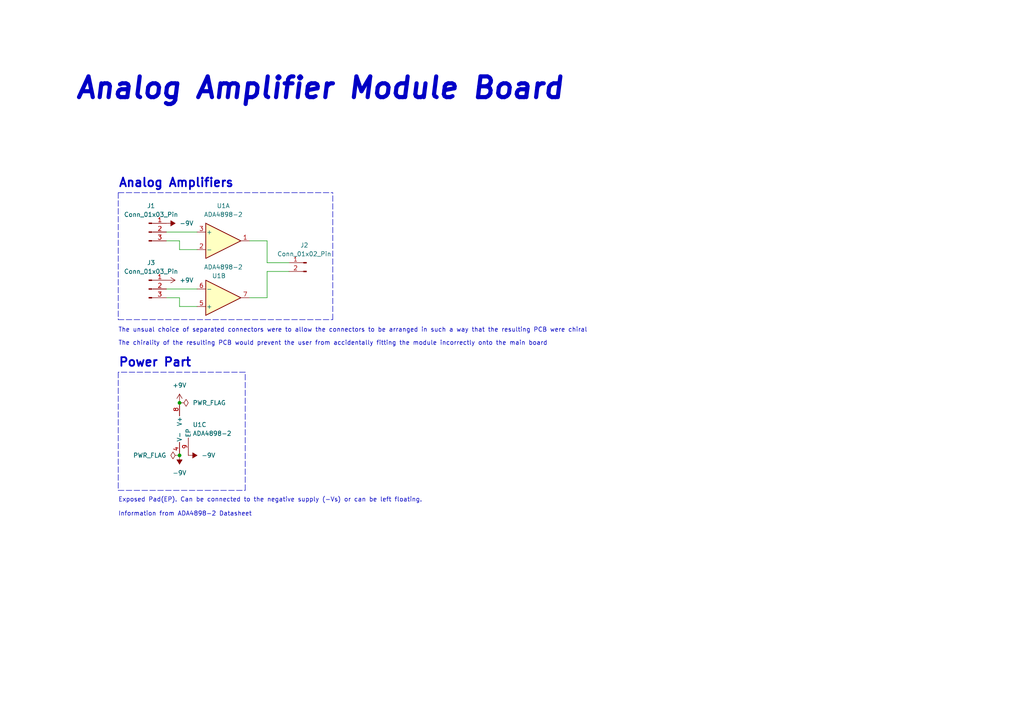
<source format=kicad_sch>
(kicad_sch (version 20230121) (generator eeschema)
  (paper "A4")
  (title_block (title "Analog Amplifier Module Board") (date "2024-02-07") (rev "0.1") (company "Carlos Craveiro") (comment 1 "Part of the Project Einstein-Boltzmann"))
  (lib_symbols
    (symbol "Amplifier_Operational:ADA4898-2" (pin_names (offset 0.127))
      (property "Reference" "U" (at 0 5.08 0))
      (property "Value" "ADA4898-2" (at 0 -5.08 0))
      (symbol "ADA4898-2_1_1"
        (polyline (pts (xy -5.08 5.08) (xy 5.08 0) (xy -5.08 -5.08) (xy -5.08 5.08)) (stroke (width 0.254)) (fill (type background)))
        (pin output line (at 7.62 0 180) (length 2.54) (name "~") (number "1"))
        (pin input line (at -7.62 -2.54 0) (length 2.54) (name "-") (number "2"))
        (pin input line (at -7.62 2.54 0) (length 2.54) (name "+") (number "3"))
      )
      (symbol "ADA4898-2_2_1"
        (polyline (pts (xy -5.08 5.08) (xy 5.08 0) (xy -5.08 -5.08) (xy -5.08 5.08)) (stroke (width 0.254)) (fill (type background)))
        (pin input line (at -7.62 2.54 0) (length 2.54) (name "+") (number "5"))
        (pin input line (at -7.62 -2.54 0) (length 2.54) (name "-") (number "6"))
        (pin output line (at 7.62 0 180) (length 2.54) (name "~") (number "7"))
      )
      (symbol "ADA4898-2_3_1"
        (pin power_in line (at -2.54 -7.62 90) (length 3.81) (name "V-") (number "4"))
        (pin power_in line (at -2.54 7.62 270) (length 3.81) (name "V+") (number "8"))
        (pin passive line (at 0 -7.62 90) (length 5.08) (name "EP") (number "9"))
      )
    )
    (symbol "Connector:Conn_01x02_Pin" (pin_names (offset 1.016) hide)
      (property "Reference" "J" (at 0 2.54 0))
      (property "Value" "Conn_01x02_Pin" (at 0 -5.08 0))
      (symbol "Conn_01x02_Pin_1_1"
        (polyline (pts (xy 1.27 -2.54) (xy 0.8636 -2.54)) (stroke (width 0.1524)))
        (polyline (pts (xy 1.27 0) (xy 0.8636 0)) (stroke (width 0.1524)))
        (rectangle (start 0.8636 -2.413) (end 0 -2.667) (stroke (width 0.1524)) (fill (type outline)))
        (rectangle (start 0.8636 0.127) (end 0 -0.127) (stroke (width 0.1524)) (fill (type outline)))
        (pin passive line (at 5.08 0 180) (length 3.81) (name "Pin_1") (number "1"))
        (pin passive line (at 5.08 -2.54 180) (length 3.81) (name "Pin_2") (number "2"))
      )
    )
    (symbol "Connector:Conn_01x03_Pin" (pin_names (offset 1.016) hide)
      (property "Reference" "J" (at 0 5.08 0))
      (property "Value" "Conn_01x03_Pin" (at 0 -5.08 0))
      (symbol "Conn_01x03_Pin_1_1"
        (polyline (pts (xy 1.27 -2.54) (xy 0.8636 -2.54)) (stroke (width 0.1524)))
        (polyline (pts (xy 1.27 0) (xy 0.8636 0)) (stroke (width 0.1524)))
        (polyline (pts (xy 1.27 2.54) (xy 0.8636 2.54)) (stroke (width 0.1524)))
        (rectangle (start 0.8636 -2.413) (end 0 -2.667) (stroke (width 0.1524)) (fill (type outline)))
        (rectangle (start 0.8636 0.127) (end 0 -0.127) (stroke (width 0.1524)) (fill (type outline)))
        (rectangle (start 0.8636 2.667) (end 0 2.413) (stroke (width 0.1524)) (fill (type outline)))
        (pin passive line (at 5.08 2.54 180) (length 3.81) (name "Pin_1") (number "1"))
        (pin passive line (at 5.08 0 180) (length 3.81) (name "Pin_2") (number "2"))
        (pin passive line (at 5.08 -2.54 180) (length 3.81) (name "Pin_3") (number "3"))
      )
    )
    (symbol "power:+9V" (power) (pin_names (offset 0))
      (property "Value" "+9V" (at 0 3.556 0))
      (symbol "+9V_0_1"
        (polyline (pts (xy -0.762 1.27) (xy 0 2.54)))
        (polyline (pts (xy 0 0) (xy 0 2.54)))
        (polyline (pts (xy 0 2.54) (xy 0.762 1.27)))
      )
      (symbol "+9V_1_1"
        (pin power_in line (at 0 0 90) (length 0) hide (name "+9V") (number "1"))
      )
    )
    (symbol "power:-9V" (power) (pin_names (offset 0))
      (property "Value" "-9V" (at 0 3.81 0))
      (symbol "-9V_0_1"
        (polyline (pts (xy 0 0) (xy 0 2.54)))
        (polyline (pts (xy 0.762 1.27) (xy -0.762 1.27) (xy 0 2.54) (xy 0.762 1.27)) (fill (type outline)))
      )
      (symbol "-9V_1_1"
        (pin power_in line (at 0 0 90) (length 0) hide (name "-9V") (number "1"))
      )
    )
    (symbol "power:PWR_FLAG" (power) (pin_numbers hide) (pin_names (offset 0) hide)
      (property "Value" "PWR_FLAG" (at 0 3.81 0))
      (symbol "PWR_FLAG_0_0"
        (pin power_out line (at 0 0 90) (length 0) (name "pwr") (number "1"))
      )
      (symbol "PWR_FLAG_0_1"
        (polyline (pts (xy 0 0) (xy 0 1.27) (xy -1.016 1.905) (xy 0 2.54) (xy 1.016 1.905) (xy 0 1.27)))
      )
    )
  )
  (junction (at 52.07 116.84))
  (junction (at 52.07 132.08))
  (wire (pts (xy 52.07 86.36) (xy 52.07 88.9)))
  (polyline (pts (xy 96.52 92.71) (xy 96.52 55.88)) (stroke (width 0) (type dash)))
  (wire (pts (xy 77.47 86.36) (xy 77.47 78.74)))
  (wire (pts (xy 72.39 69.85) (xy 77.47 69.85)))
  (polyline (pts (xy 71.12 107.95) (xy 34.29 107.95)) (stroke (width 0) (type dash)))
  (wire (pts (xy 77.47 69.85) (xy 77.47 76.2)))
  (wire (pts (xy 72.39 86.36) (xy 77.47 86.36)))
  (polyline (pts (xy 34.29 142.24) (xy 71.12 142.24)) (stroke (width 0) (type dash)))
  (wire (pts (xy 48.26 67.31) (xy 57.15 67.31)))
  (wire (pts (xy 52.07 72.39) (xy 57.15 72.39)))
  (wire (pts (xy 48.26 83.82) (xy 57.15 83.82)))
  (wire (pts (xy 77.47 78.74) (xy 83.82 78.74)))
  (polyline (pts (xy 34.29 107.95) (xy 34.29 142.24)) (stroke (width 0) (type dash)))
  (polyline (pts (xy 34.29 55.88) (xy 34.29 92.71)) (stroke (width 0) (type dash)))
  (wire (pts (xy 52.07 69.85) (xy 52.07 72.39)))
  (wire (pts (xy 48.26 86.36) (xy 52.07 86.36)))
  (polyline (pts (xy 34.29 92.71) (xy 96.52 92.71)) (stroke (width 0) (type dash)))
  (wire (pts (xy 77.47 76.2) (xy 83.82 76.2)))
  (polyline (pts (xy 71.12 142.24) (xy 71.12 107.95)) (stroke (width 0) (type dash)))
  (wire (pts (xy 52.07 88.9) (xy 57.15 88.9)))
  (wire (pts (xy 48.26 69.85) (xy 52.07 69.85)))
  (polyline (pts (xy 34.29 55.88) (xy 96.52 55.88)) (stroke (width 0) (type dash)))
  (text "Power Part" (at 34.29 106.68 0) (effects (font (size 2.5 2.5) (thickness 0.5) bold) (justify left bottom)))
  (text "The unsual choice of separated connectors were to allow the connectors to be arranged in such a way that the resulting PCB were chiral\n" (at 34.29 96.52 0) (effects (font (size 1.27 1.27)) (justify left bottom)))
  (text "Exposed Pad(EP). Can be connected to the negative supply (−Vs) or can be left floating.\n\nInformation from ADA4898-2 Datasheet" (at 34.29 149.86 0) (effects (font (size 1.27 1.27)) (justify left bottom)))
  (text "Analog Amplifier Module Board" (at 21.59 29.21 0) (effects (font (size 6 6) (thickness 1.2) bold italic) (justify left bottom)))
  (text "Analog Amplifiers" (at 34.29 54.61 0) (effects (font (size 2.5 2.5) (thickness 0.5) bold) (justify left bottom)))
  (text "The chirality of the resulting PCB would prevent the user from accidentally fitting the module incorrectly onto the main board\n" (at 34.29 100.33 0) (effects (font (size 1.27 1.27)) (justify left bottom)))
  (symbol (lib_id "Connector:Conn_01x03_Pin") (at 43.18 67.31 0) (unit 1)
    (property "Reference" "J1" (at 43.815 59.69 0))
    (property "Value" "Conn_01x03_Pin" (at 43.815 62.23 0))
    (property "Footprint" "Connector_PinHeader_2.54mm:PinHeader_1x03_P2.54mm_Vertical" (effects hide))
  )
  (symbol (lib_id "Amplifier_Operational:ADA4898-2") (at 54.61 124.46 0) (unit 3)
    (property "Reference" "U1" (at 55.88 123.19 0) (effects (justify left)))
    (property "Value" "ADA4898-2" (at 55.88 125.73 0) (effects (justify left)))
    (property "Footprint" "Package_SO:SOIC-8-1EP_3.9x4.9mm_P1.27mm_EP2.41x3.81mm" (effects hide))
    (property "Datasheet" "https://www.analog.com/media/en/technical-documentation/data-sheets/ada4898-1_4898-2.pdf" (effects hide))
  )
  (symbol (lib_id "Connector:Conn_01x02_Pin") (at 88.9 76.2 0) (mirror y) (unit 1)
    (property "Reference" "J2" (at 88.265 71.12 0))
    (property "Value" "Conn_01x02_Pin" (at 88.265 73.66 0))
    (property "Footprint" "Connector_PinHeader_2.54mm:PinHeader_1x02_P2.54mm_Vertical" (effects hide))
  )
  (symbol (lib_id "Amplifier_Operational:ADA4898-2") (at 64.77 69.85 0) (unit 1)
    (property "Reference" "U1" (at 64.77 59.69 0))
    (property "Value" "ADA4898-2" (at 64.77 62.23 0))
    (property "Footprint" "Package_SO:SOIC-8-1EP_3.9x4.9mm_P1.27mm_EP2.41x3.81mm" (effects hide))
    (property "Datasheet" "https://www.analog.com/media/en/technical-documentation/data-sheets/ada4898-1_4898-2.pdf" (effects hide))
  )
  (symbol (lib_id "Connector:Conn_01x03_Pin") (at 43.18 83.82 0) (unit 1)
    (property "Reference" "J3" (at 43.815 76.2 0))
    (property "Value" "Conn_01x03_Pin" (at 43.815 78.74 0))
    (property "Footprint" "Connector_PinHeader_2.54mm:PinHeader_1x03_P2.54mm_Vertical" (effects hide))
  )
  (symbol (lib_id "power:+9V") (at 48.26 81.28 270) (unit 1)
    (property "Reference" "#PWR03" (effects hide))
    (property "Value" "+9V" (at 52.07 81.28 90) (effects (justify left)))
  )
  (symbol (lib_id "power:PWR_FLAG") (at 52.07 132.08 90) (unit 1)
    (property "Reference" "#FLG02" (effects hide))
    (property "Value" "PWR_FLAG" (at 48.26 132.08 90) (effects (justify left)))
  )
  (symbol (lib_id "Amplifier_Operational:ADA4898-2") (at 64.77 86.36 0) (mirror x) (unit 2)
    (property "Reference" "U1" (at 63.5 80.01 0))
    (property "Value" "ADA4898-2" (at 64.77 77.47 0))
    (property "Footprint" "Package_SO:SOIC-8-1EP_3.9x4.9mm_P1.27mm_EP2.41x3.81mm" (effects hide))
    (property "Datasheet" "https://www.analog.com/media/en/technical-documentation/data-sheets/ada4898-1_4898-2.pdf" (effects hide))
  )
  (symbol (lib_id "power:+9V") (at 52.07 116.84 0) (unit 1)
    (property "Reference" "#PWR02" (effects hide))
    (property "Value" "+9V" (at 52.07 111.76 0))
  )
  (symbol (lib_id "power:-9V") (at 48.26 64.77 270) (unit 1)
    (property "Reference" "#PWR04" (effects hide))
    (property "Value" "-9V" (at 52.07 64.77 90) (effects (justify left)))
  )
  (symbol (lib_id "power:PWR_FLAG") (at 52.07 116.84 270) (unit 1)
    (property "Reference" "#FLG01" (effects hide))
    (property "Value" "PWR_FLAG" (at 55.88 116.84 90) (effects (justify left)))
  )
  (symbol (lib_id "power:-9V") (at 54.61 132.08 270) (unit 1)
    (property "Reference" "#PWR06" (effects hide))
    (property "Value" "-9V" (at 58.42 132.08 90) (effects (justify left)))
  )
  (symbol (lib_id "power:-9V") (at 52.07 132.08 180) (unit 1)
    (property "Reference" "#PWR01" (effects hide))
    (property "Value" "-9V" (at 52.07 137.16 0))
  )
)
</source>
